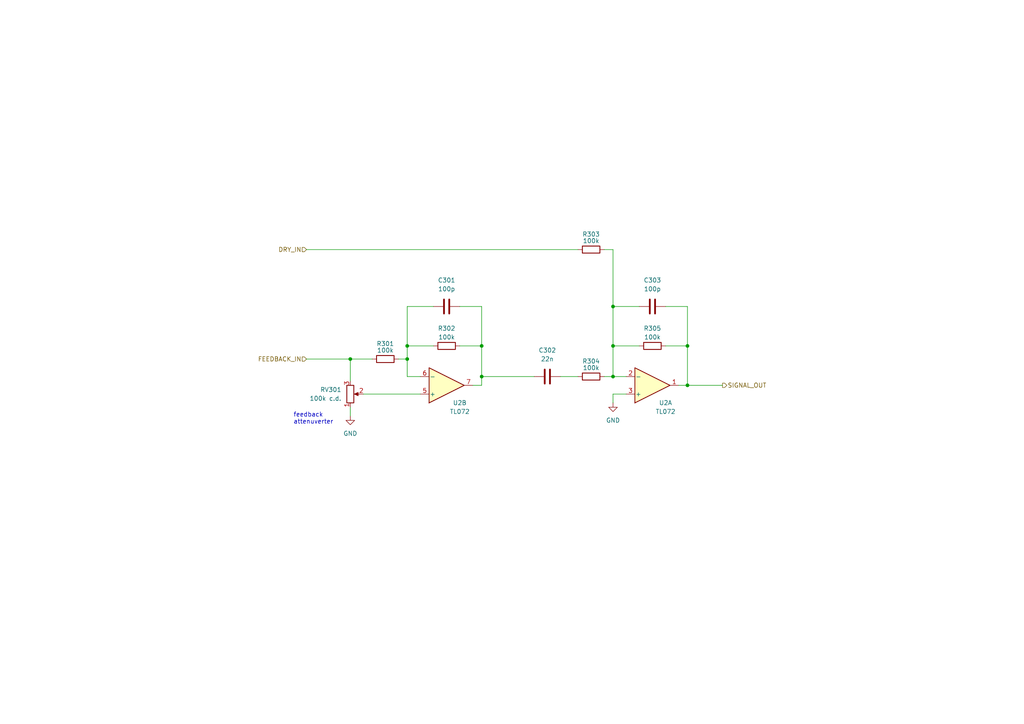
<source format=kicad_sch>
(kicad_sch (version 20211123) (generator eeschema)
  (paper "A4")
  (title_block (title "SSI2140 12-Stage Phase Shifter") (date "2022-10-11") (rev "0") (comment 1 "creativecommons.org/licences/by/4.0") (comment 2 "Licence: CC by 4.0") (comment 3 "Author: Jordan Aceto"))
  (lib_symbols
    (symbol "Amplifier_Operational:TL072" (pin_names (offset 0.127))
      (property "Reference" "U" (at 0 5.08 0))
      (property "Value" "TL072" (at 0 -5.08 0))
      (symbol "TL072_1_1"
        (polyline (pts (xy -5.08 5.08) (xy 5.08 0) (xy -5.08 -5.08) (xy -5.08 5.08)) (stroke (width 0.254)) (fill (type background)))
        (pin output line (at 7.62 0 180) (length 2.54) (name "~") (number "1"))
        (pin input line (at -7.62 -2.54 0) (length 2.54) (name "-") (number "2"))
        (pin input line (at -7.62 2.54 0) (length 2.54) (name "+") (number "3"))
      )
      (symbol "TL072_2_1"
        (polyline (pts (xy -5.08 5.08) (xy 5.08 0) (xy -5.08 -5.08) (xy -5.08 5.08)) (stroke (width 0.254)) (fill (type background)))
        (pin input line (at -7.62 2.54 0) (length 2.54) (name "+") (number "5"))
        (pin input line (at -7.62 -2.54 0) (length 2.54) (name "-") (number "6"))
        (pin output line (at 7.62 0 180) (length 2.54) (name "~") (number "7"))
      )
      (symbol "TL072_3_1"
        (pin power_in line (at -2.54 -7.62 90) (length 3.81) (name "V-") (number "4"))
        (pin power_in line (at -2.54 7.62 270) (length 3.81) (name "V+") (number "8"))
      )
    )
    (symbol "Device:C" (pin_numbers hide) (pin_names (offset 0.254))
      (property "Reference" "C" (at 0.635 2.54 0))
      (property "Value" "C" (at 0.635 -2.54 0))
      (symbol "C_0_1"
        (polyline (pts (xy -2.032 -0.762) (xy 2.032 -0.762)) (stroke (width 0.508)))
        (polyline (pts (xy -2.032 0.762) (xy 2.032 0.762)) (stroke (width 0.508)))
      )
      (symbol "C_1_1"
        (pin passive line (at 0 3.81 270) (length 2.794) (name "~") (number "1"))
        (pin passive line (at 0 -3.81 90) (length 2.794) (name "~") (number "2"))
      )
    )
    (symbol "Device:R" (pin_numbers hide) (pin_names (offset 0))
      (property "Reference" "R" (at 2.032 0 90))
      (property "Value" "R" (at 0 0 90))
      (symbol "R_0_1"
        (rectangle (start -1.016 -2.54) (end 1.016 2.54) (stroke (width 0.254)))
      )
      (symbol "R_1_1"
        (pin passive line (at 0 3.81 270) (length 1.27) (name "~") (number "1"))
        (pin passive line (at 0 -3.81 90) (length 1.27) (name "~") (number "2"))
      )
    )
    (symbol "Device:R_Potentiometer" (pin_names (offset 1.016) hide)
      (property "Reference" "RV" (at -4.445 0 90))
      (property "Value" "R_Potentiometer" (at -2.54 0 90))
      (symbol "R_Potentiometer_0_1"
        (polyline (pts (xy 2.54 0) (xy 1.524 0)))
        (polyline (pts (xy 1.143 0) (xy 2.286 0.508) (xy 2.286 -0.508) (xy 1.143 0)) (fill (type outline)))
        (rectangle (start 1.016 2.54) (end -1.016 -2.54) (stroke (width 0.254)))
      )
      (symbol "R_Potentiometer_1_1"
        (pin passive line (at 0 3.81 270) (length 1.27) (name "1") (number "1"))
        (pin passive line (at 3.81 0 180) (length 1.27) (name "2") (number "2"))
        (pin passive line (at 0 -3.81 90) (length 1.27) (name "3") (number "3"))
      )
    )
    (symbol "power:GND" (power) (pin_names (offset 0))
      (property "Value" "GND" (at 0 -3.81 0))
      (symbol "GND_0_1"
        (polyline (pts (xy 0 0) (xy 0 -1.27) (xy 1.27 -1.27) (xy 0 -2.54) (xy -1.27 -1.27) (xy 0 -1.27)))
      )
      (symbol "GND_1_1"
        (pin power_in line (at 0 0 270) (length 0) hide (name "GND") (number "1"))
      )
    )
  )
  (junction (at 177.8 109.22))
  (junction (at 101.6 104.14))
  (junction (at 177.8 100.33))
  (junction (at 118.11 104.14))
  (junction (at 118.11 100.33))
  (junction (at 139.7 109.22))
  (junction (at 177.8 88.9))
  (junction (at 199.39 111.76))
  (junction (at 199.39 100.33))
  (junction (at 139.7 100.33))
  (wire (pts (xy 177.8 114.3) (xy 181.61 114.3)))
  (wire (pts (xy 88.9 72.39) (xy 167.64 72.39)))
  (wire (pts (xy 118.11 104.14) (xy 115.57 104.14)))
  (wire (pts (xy 177.8 88.9) (xy 177.8 100.33)))
  (wire (pts (xy 199.39 100.33) (xy 199.39 111.76)))
  (wire (pts (xy 177.8 72.39) (xy 175.26 72.39)))
  (wire (pts (xy 196.85 111.76) (xy 199.39 111.76)))
  (wire (pts (xy 118.11 88.9) (xy 118.11 100.33)))
  (wire (pts (xy 177.8 100.33) (xy 185.42 100.33)))
  (wire (pts (xy 118.11 104.14) (xy 118.11 100.33)))
  (wire (pts (xy 193.04 88.9) (xy 199.39 88.9)))
  (wire (pts (xy 177.8 72.39) (xy 177.8 88.9)))
  (wire (pts (xy 101.6 104.14) (xy 107.95 104.14)))
  (wire (pts (xy 177.8 109.22) (xy 175.26 109.22)))
  (wire (pts (xy 133.35 88.9) (xy 139.7 88.9)))
  (wire (pts (xy 139.7 88.9) (xy 139.7 100.33)))
  (wire (pts (xy 105.41 114.3) (xy 121.92 114.3)))
  (wire (pts (xy 118.11 100.33) (xy 125.73 100.33)))
  (wire (pts (xy 162.56 109.22) (xy 167.64 109.22)))
  (wire (pts (xy 88.9 104.14) (xy 101.6 104.14)))
  (wire (pts (xy 139.7 100.33) (xy 139.7 109.22)))
  (wire (pts (xy 185.42 88.9) (xy 177.8 88.9)))
  (wire (pts (xy 139.7 109.22) (xy 154.94 109.22)))
  (wire (pts (xy 101.6 120.65) (xy 101.6 118.11)))
  (wire (pts (xy 193.04 100.33) (xy 199.39 100.33)))
  (wire (pts (xy 139.7 109.22) (xy 139.7 111.76)))
  (wire (pts (xy 199.39 111.76) (xy 209.55 111.76)))
  (wire (pts (xy 121.92 109.22) (xy 118.11 109.22)))
  (wire (pts (xy 139.7 111.76) (xy 137.16 111.76)))
  (wire (pts (xy 118.11 109.22) (xy 118.11 104.14)))
  (wire (pts (xy 101.6 104.14) (xy 101.6 110.49)))
  (wire (pts (xy 177.8 100.33) (xy 177.8 109.22)))
  (wire (pts (xy 125.73 88.9) (xy 118.11 88.9)))
  (wire (pts (xy 133.35 100.33) (xy 139.7 100.33)))
  (wire (pts (xy 199.39 88.9) (xy 199.39 100.33)))
  (wire (pts (xy 177.8 116.84) (xy 177.8 114.3)))
  (wire (pts (xy 181.61 109.22) (xy 177.8 109.22)))
  (text "feedback\nattenuverter" (at 85.09 123.19 0) (effects (font (size 1.27 1.27)) (justify left bottom)))
  (hierarchical_label "FEEDBACK_IN" (shape input) (at 88.9 104.14 180))
  (hierarchical_label "SIGNAL_OUT" (shape output) (at 209.55 111.76 0))
  (hierarchical_label "DRY_IN" (shape input) (at 88.9 72.39 180))
  (symbol (lib_id "Device:R_Potentiometer") (at 101.6 114.3 0) (mirror x) (unit 1)
    (property "Reference" "RV301" (at 99.06 113.0299 0) (effects (justify right)))
    (property "Value" "100k c.d." (at 99.06 115.5699 0) (effects (justify right)))
    (property "Footprint" "Potentiometer_THT:Potentiometer_Alpha_RD901F-40-00D_Single_Vertical" (effects hide))
  )
  (symbol (lib_id "power:GND") (at 101.6 120.65 0) (mirror y) (unit 1)
    (property "Reference" "#PWR0301" (effects hide))
    (property "Value" "GND" (at 101.6 125.73 0))
  )
  (symbol (lib_id "Amplifier_Operational:TL072") (at 129.54 111.76 0) (mirror x) (unit 2)
    (property "Reference" "U2" (at 133.35 116.84 0))
    (property "Value" "TL072" (at 133.35 119.38 0))
    (property "Footprint" "Package_SO:SOIC-8_3.9x4.9mm_P1.27mm" (effects hide))
    (property "Datasheet" "http://www.ti.com/lit/ds/symlink/tl071.pdf" (effects hide))
  )
  (symbol (lib_id "Device:R") (at 171.45 72.39 270) (mirror x) (unit 1)
    (property "Reference" "R303" (at 171.45 67.945 90))
    (property "Value" "100k" (at 171.45 69.85 90))
    (property "Footprint" "Resistor_SMD:R_0603_1608Metric" (effects hide))
  )
  (symbol (lib_id "Amplifier_Operational:TL072") (at 189.23 111.76 0) (mirror x) (unit 1)
    (property "Reference" "U2" (at 193.04 116.84 0))
    (property "Value" "TL072" (at 193.04 119.38 0))
    (property "Footprint" "Package_SO:SOIC-8_3.9x4.9mm_P1.27mm" (effects hide))
    (property "Datasheet" "http://www.ti.com/lit/ds/symlink/tl071.pdf" (effects hide))
  )
  (symbol (lib_id "Device:R") (at 189.23 100.33 90) (unit 1)
    (property "Reference" "R305" (at 189.23 95.25 90))
    (property "Value" "100k" (at 189.23 97.79 90))
    (property "Footprint" "Resistor_SMD:R_0603_1608Metric" (effects hide))
  )
  (symbol (lib_id "Device:C") (at 158.75 109.22 90) (unit 1)
    (property "Reference" "C302" (at 158.75 101.6 90))
    (property "Value" "22n" (at 158.75 104.14 90))
    (property "Footprint" "Capacitor_THT:C_Rect_L7.0mm_W2.5mm_P5.00mm" (effects hide))
  )
  (symbol (lib_id "Device:R") (at 171.45 109.22 270) (mirror x) (unit 1)
    (property "Reference" "R304" (at 171.45 104.775 90))
    (property "Value" "100k" (at 171.45 106.68 90))
    (property "Footprint" "Resistor_SMD:R_0603_1608Metric" (effects hide))
  )
  (symbol (lib_id "Device:R") (at 129.54 100.33 90) (unit 1)
    (property "Reference" "R302" (at 129.54 95.25 90))
    (property "Value" "100k" (at 129.54 97.79 90))
    (property "Footprint" "Resistor_SMD:R_0603_1608Metric" (effects hide))
  )
  (symbol (lib_id "power:GND") (at 177.8 116.84 0) (mirror y) (unit 1)
    (property "Reference" "#PWR0302" (effects hide))
    (property "Value" "GND" (at 177.8 121.92 0))
  )
  (symbol (lib_id "Device:R") (at 111.76 104.14 270) (mirror x) (unit 1)
    (property "Reference" "R301" (at 111.76 99.695 90))
    (property "Value" "100k" (at 111.76 101.6 90))
    (property "Footprint" "Resistor_SMD:R_0603_1608Metric" (effects hide))
  )
  (symbol (lib_id "Device:C") (at 129.54 88.9 270) (mirror x) (unit 1)
    (property "Reference" "C301" (at 129.54 81.28 90))
    (property "Value" "100p" (at 129.54 83.82 90))
    (property "Footprint" "Capacitor_SMD:C_0603_1608Metric" (effects hide))
  )
  (symbol (lib_id "Device:C") (at 189.23 88.9 270) (mirror x) (unit 1)
    (property "Reference" "C303" (at 189.23 81.28 90))
    (property "Value" "100p" (at 189.23 83.82 90))
    (property "Footprint" "Capacitor_SMD:C_0603_1608Metric" (effects hide))
  )
)
</source>
